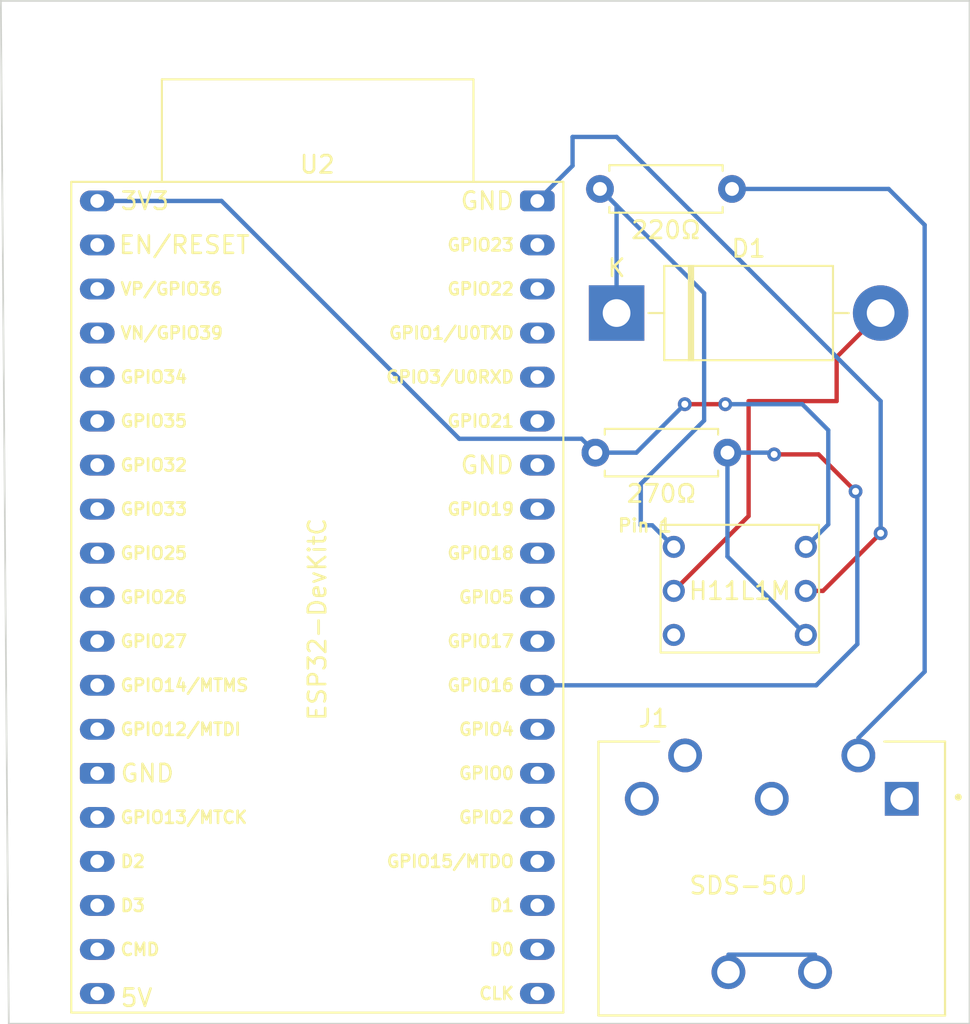
<source format=kicad_pcb>
(kicad_pcb (version 20221018) (generator pcbnew)
  (layers (0 "F.Cu" signal) (31 "B.Cu" signal) (34 "B.Paste" user) (35 "F.Paste" user) (36 "B.SilkS" user "B.Silkscreen") (37 "F.SilkS" user "F.Silkscreen") (38 "B.Mask" user) (39 "F.Mask" user) (44 "Edge.Cuts" user))
  (net 0 "")
  (net 1 "Net-(D1-Pad1)")
  (net 5 "Net-(J1-Pad4)")
  (net 6 "unconnected-(J1-PadE1)")
  (net 8 "GND")
  (net 9 "+3V3")
  (net 10 "ESP_PIN")
  (net 46 "Net-(R1-Pad1)")
  (net 47 "Net-(J1-Pad5)")
  (footprint "Connector_Audio:CUI_SDS-50J" (layer "F.Cu") (at 146.1151 101.6)
    (fp_text reference "J1" (at -6.825 -9.635) (layer "F.SilkS"))
    (fp_text value "SDS-50J" (at -1.3351 0) (layer "F.SilkS"))
    (fp_line (start -10 -8.3) (end -6.5 -8.3) (stroke (width 0.127)) (layer "F.SilkS"))
    (fp_line (start -10 7.5) (end -10 -8.3) (stroke (width 0.127)) (layer "F.SilkS"))
    (fp_line (start -10 7.5) (end 10 7.5) (stroke (width 0.127)) (layer "F.SilkS"))
    (fp_line (start 6.5 -8.3) (end 10 -8.3) (stroke (width 0.127)) (layer "F.SilkS"))
    (fp_line (start 10 -8.3) (end 10 7.5) (stroke (width 0.127)) (layer "F.SilkS"))
    (fp_circle (center 10.764 -5.094) (end 10.864 -5.094) (stroke (width 0.2)) (fill none) (layer "F.SilkS"))
    (pad "" np_thru_hole circle (at -7.5 0) (size 2.4 2.4) (drill 2.4) (layers "*.Cu" "*.Mask"))
    (pad "" np_thru_hole circle (at 7.5 0) (size 2.4 2.4) (drill 2.4) (layers "*.Cu" "*.Mask"))
    (pad "1" thru_hole rect (at 7.5 -5) (size 1.95 1.95) (drill 1.3) (layers "*.Cu" "*.Mask"))
    (pad "2" thru_hole circle (at 0 -5) (size 1.95 1.95) (drill 1.3) (layers "*.Cu" "*.Mask"))
    (pad "3" thru_hole circle (at -7.5 -5) (size 1.95 1.95) (drill 1.3) (layers "*.Cu" "*.Mask"))
    (pad "4" thru_hole circle (at 5 -7.5) (size 1.95 1.95) (drill 1.3) (layers "*.Cu" "*.Mask") (net 5 "Net-(J1-Pad4)"))
    (pad "5" thru_hole circle (at -5 -7.5) (size 1.95 1.95) (drill 1.3) (layers "*.Cu" "*.Mask") (net 1 "Net-(D1-Pad1)"))
    (pad "E1" thru_hole circle (at -2.5 5) (size 1.95 1.95) (drill 1.3) (layers "*.Cu" "*.Mask") (net 6 "unconnected-(J1-PadE1)"))
    (pad "E2" thru_hole circle (at 2.5 5) (size 1.95 1.95) (drill 1.3) (layers "*.Cu" "*.Mask") (net 6 "unconnected-(J1-PadE1)"))
  )
  (footprint "Resistor_THT:R_Axial_DIN0207_L6.3mm_D2.5mm_P7.62mm_Horizontal" (layer "F.Cu") (at 135.93961 76.6318)
    (fp_text reference "R2" hide)
    (fp_text value "270Ω" (at 3.81 2.37) (layer "F.SilkS"))
    (fp_line (start 0.54 -1.37) (end 7.08 -1.37) (stroke (width 0.12)) (layer "F.SilkS"))
    (fp_line (start 0.54 -1.04) (end 0.54 -1.37) (stroke (width 0.12)) (layer "F.SilkS"))
    (fp_line (start 0.54 1.04) (end 0.54 1.37) (stroke (width 0.12)) (layer "F.SilkS"))
    (fp_line (start 0.54 1.37) (end 7.08 1.37) (stroke (width 0.12)) (layer "F.SilkS"))
    (fp_line (start 7.08 -1.37) (end 7.08 -1.04) (stroke (width 0.12)) (layer "F.SilkS"))
    (fp_line (start 7.08 1.37) (end 7.08 1.04) (stroke (width 0.12)) (layer "F.SilkS"))
    (pad "1" thru_hole circle (at 0 0) (size 1.6 1.6) (drill 0.8) (layers "*.Cu" "*.Mask") (net 9 "+3V3"))
    (pad "2" thru_hole oval (at 7.62 0) (size 1.6 1.6) (drill 0.8) (layers "*.Cu" "*.Mask") (net 10 "ESP_PIN"))
  )
  (footprint "Opto:H11L1M" (layer "F.Cu") (at 140.462 82.0674)
    (fp_text reference "U1" hide)
    (fp_text value "H11L1M" (at 3.81 2.54) (layer "F.SilkS"))
    (fp_rect (start -0.762 -1.27) (end 8.382 6.096) (stroke (width 0.12)) (fill none) (layer "F.SilkS"))
    (pad "1" thru_hole circle (at 0 0) (size 1.27 1.27) (drill 0.762) (layers "*.Cu" "*.Mask") (net 46 "Net-(R1-Pad1)"))
    (pad "2" thru_hole circle (at 0 2.54) (size 1.27 1.27) (drill 0.762) (layers "*.Cu" "*.Mask") (net 47 "Net-(J1-Pad5)"))
    (pad "3" thru_hole circle (at 0 5.08) (size 1.27 1.27) (drill 0.762) (layers "*.Cu" "*.Mask"))
    (pad "4" thru_hole circle (at 7.62 5.08) (size 1.27 1.27) (drill 0.762) (layers "*.Cu" "*.Mask") (net 10 "ESP_PIN"))
    (pad "5" thru_hole circle (at 7.62 2.54) (size 1.27 1.27) (drill 0.762) (layers "*.Cu" "*.Mask") (net 8 "GND"))
    (pad "6" thru_hole circle (at 7.62 0) (size 1.27 1.27) (drill 0.762) (layers "*.Cu" "*.Mask") (net 9 "+3V3"))
  )
  (footprint "Espressif:ESP32-DevKitC" (layer "F.Cu") (at 107.18432 62.11044)
    (fp_text reference "U2" (at 12.70368 -2.09728) (layer "F.SilkS"))
    (fp_text value "ESP32-DevKitC" (at 12.70368 24.13272 90) (layer "F.SilkS"))
    (fp_text user "GPIO13/MTCK" (at 1.27368 35.56272 unlocked) (layer "F.SilkS") (effects (font (size 0.7 0.7)) (justify left)))
    (fp_text user "GPIO21" (at 24.13368 12.70272 unlocked) (layer "F.SilkS") (effects (font (size 0.7 0.7)) (justify right)))
    (fp_text user "GPIO12/MTDI" (at 1.27368 30.48272 unlocked) (layer "F.SilkS") (effects (font (size 0.7 0.7)) (justify left)))
    (fp_text user "GPIO1/U0TXD" (at 24.13368 7.62272 unlocked) (layer "F.SilkS") (effects (font (size 0.7 0.7)) (justify right)))
    (fp_text user "GPIO23" (at 24.13368 2.54272 unlocked) (layer "F.SilkS") (effects (font (size 0.7 0.7)) (justify right)))
    (fp_text user "EN/RESET" (at 8.89 2.54 unlocked) (layer "F.SilkS") (effects (justify right)))
    (fp_text user "D0" (at 24.13368 43.18272 unlocked) (layer "F.SilkS") (effects (font (size 0.7 0.7)) (justify right)))
    (fp_text user "3V3" (at 1.27368 0.00272 unlocked) (layer "F.SilkS") (effects (justify left)))
    (fp_text user "GND" (at 1.27368 33.02272 unlocked) (layer "F.SilkS") (effects (justify left)))
    (fp_text user "GPIO15/MTDO" (at 24.13368 38.10272 unlocked) (layer "F.SilkS") (effects (font (size 0.7 0.7)) (justify right)))
    (fp_text user "GPIO33" (at 1.27368 17.78272 unlocked) (layer "F.SilkS") (effects (font (size 0.7 0.7)) (justify left)))
    (fp_text user "GPIO2" (at 24.13368 35.56272 unlocked) (layer "F.SilkS") (effects (font (size 0.7 0.7)) (justify right)))
    (fp_text user "GPIO0" (at 24.13368 33.02272 unlocked) (layer "F.SilkS") (effects (font (size 0.7 0.7)) (justify right)))
    (fp_text user "GPIO5" (at 24.13368 22.86272 unlocked) (layer "F.SilkS") (effects (font (size 0.7 0.7)) (justify right)))
    (fp_text user "CMD" (at 1.27368 43.18272 unlocked) (layer "F.SilkS") (effects (font (size 0.7 0.7)) (justify left)))
    (fp_text user "GPIO14/MTMS" (at 1.27368 27.94272 unlocked) (layer "F.SilkS") (effects (font (size 0.7 0.7)) (justify left)))
    (fp_text user "GPIO18" (at 24.13368 20.32272 unlocked) (layer "F.SilkS") (effects (font (size 0.7 0.7)) (justify right)))
    (fp_text user "D2" (at 1.27368 38.10272 unlocked) (layer "F.SilkS") (effects (font (size 0.7 0.7)) (justify left)))
    (fp_text user "GPIO4" (at 24.13368 30.48272 unlocked) (layer "F.SilkS") (effects (font (size 0.7 0.7)) (justify right)))
    (fp_text user "D1" (at 24.13368 40.64272 unlocked) (layer "F.SilkS") (effects (font (size 0.7 0.7)) (justify right)))
    (fp_text user "GPIO19" (at 24.13368 17.78272 unlocked) (layer "F.SilkS") (effects (font (size 0.7 0.7)) (justify right)))
    (fp_text user "GND" (at 24.13368 15.24272 unlocked) (layer "F.SilkS") (effects (justify right)))
    (fp_text user "GPIO35" (at 1.27368 12.70272 unlocked) (layer "F.SilkS") (effects (font (size 0.7 0.7)) (justify left)))
    (fp_text user "GPIO22" (at 24.13368 5.08272 unlocked) (layer "F.SilkS") (effects (font (size 0.7 0.7)) (justify right)))
    (fp_text user "GPIO3/U0RXD" (at 24.13368 10.16272 unlocked) (layer "F.SilkS") (effects (font (size 0.7 0.7)) (justify right)))
    (fp_text user "GPIO25" (at 1.27368 20.32272 unlocked) (layer "F.SilkS") (effects (font (size 0.7 0.7)) (justify left)))
    (fp_text user "CLK" (at 24.13368 45.72272 unlocked) (layer "F.SilkS") (effects (font (size 0.7 0.7)) (justify right)))
    (fp_text user "GPIO27" (at 1.27368 25.40272 unlocked) (layer "F.SilkS") (effects (font (size 0.7 0.7)) (justify left)))
    (fp_text user "GPIO26" (at 1.27368 22.86272 unlocked) (layer "F.SilkS") (effects (font (size 0.7 0.7)) (justify left)))
    (fp_text user "GND" (at 24.13368 0.00272 unlocked) (layer "F.SilkS") (effects (justify right)))
    (fp_text user "GPIO17" (at 24.13368 25.40272 unlocked) (layer "F.SilkS") (effects (font (size 0.7 0.7)) (justify right)))
    (fp_text user "5V" (at 1.27 45.974 unlocked) (layer "F.SilkS") (effects (justify left)))
    (fp_text user "GPIO32" (at 1.27368 15.24272 unlocked) (layer "F.SilkS") (effects (font (size 0.7 0.7)) (justify left)))
    (fp_text user "GPIO34" (at 1.27368 10.16272 unlocked) (layer "F.SilkS") (effects (font (size 0.7 0.7)) (justify left)))
    (fp_text user "VP/GPIO36" (at 1.27368 5.08272 unlocked) (layer "F.SilkS") (effects (font (size 0.7 0.7)) (justify left)))
    (fp_text user "GPIO16" (at 24.13368 27.94272 unlocked) (layer "F.SilkS") (effects (font (size 0.7 0.7)) (justify right)))
    (fp_text user "VN/GPIO39" (at 1.27368 7.62272 unlocked) (layer "F.SilkS") (effects (font (size 0.7 0.7)) (justify left)))
    (fp_text user "D3" (at 1.27368 40.64272 unlocked) (layer "F.SilkS") (effects (font (size 0.7 0.7)) (justify left)))
    (fp_line (start -1.49632 46.82272) (end 26.903679 46.82272) (stroke (width 0.12)) (layer "F.SilkS"))
    (fp_line (start -1.496319 -1.09728) (end -1.49632 46.82272) (stroke (width 0.12)) (layer "F.SilkS"))
    (fp_line (start 3.7338 -7.0104) (end 21.717 -7.0104) (stroke (width 0.12)) (layer "F.SilkS"))
    (fp_line (start 3.7338 -1.1176) (end 3.7338 -7.0104) (stroke (width 0.12)) (layer "F.SilkS"))
    (fp_line (start 21.717 -7.0104) (end 21.717 -1.1176) (stroke (width 0.12)) (layer "F.SilkS"))
    (fp_line (start 26.903679 46.82272) (end 26.90368 -1.09728) (stroke (width 0.12)) (layer "F.SilkS"))
    (fp_line (start 26.90368 -1.09728) (end -1.496319 -1.09728) (stroke (width 0.12)) (layer "F.SilkS"))
    (pad "1" thru_hole oval (at 0.00368 0.00272 270) (size 1.2 2) (drill 0.8) (layers "*.Cu" "*.Mask") (net 9 "+3V3"))
    (pad "2" thru_hole oval (at 0.00368 2.54272 270) (size 1.2 2) (drill 0.8) (layers "*.Cu" "*.Mask"))
    (pad "3" thru_hole oval (at 0.00368 5.08272 270) (size 1.2 2) (drill 0.8) (layers "*.Cu" "*.Mask"))
    (pad "4" thru_hole oval (at 0.00368 7.62272 270) (size 1.2 2) (drill 0.8) (layers "*.Cu" "*.Mask"))
    (pad "5" thru_hole oval (at 0.00368 10.16272 270) (size 1.2 2) (drill 0.8) (layers "*.Cu" "*.Mask"))
    (pad "6" thru_hole oval (at 0.00368 12.70272 270) (size 1.2 2) (drill 0.8) (layers "*.Cu" "*.Mask"))
    (pad "7" thru_hole oval (at 0.00368 15.24272 270) (size 1.2 2) (drill 0.8) (layers "*.Cu" "*.Mask"))
    (pad "8" thru_hole oval (at 0.00368 17.78272 270) (size 1.2 2) (drill 0.8) (layers "*.Cu" "*.Mask"))
    (pad "9" thru_hole oval (at 0.00368 20.32272 270) (size 1.2 2) (drill 0.8) (layers "*.Cu" "*.Mask"))
    (pad "10" thru_hole oval (at 0.00368 22.86272 270) (size 1.2 2) (drill 0.8) (layers "*.Cu" "*.Mask"))
    (pad "11" thru_hole oval (at 0.00368 25.40272 270) (size 1.2 2) (drill 0.8) (layers "*.Cu" "*.Mask"))
    (pad "12" thru_hole oval (at 0.00368 27.94272 270) (size 1.2 2) (drill 0.8) (layers "*.Cu" "*.Mask"))
    (pad "13" thru_hole oval (at 0.00368 30.48272 270) (size 1.2 2) (drill 0.8) (layers "*.Cu" "*.Mask"))
    (pad "14" thru_hole roundrect (at 0.00368 33.02272 270) (size 1.2 2) (drill 0.8) (layers "*.Cu" "*.Mask"))
    (pad "15" thru_hole oval (at 0.00368 35.56272 270) (size 1.2 2) (drill 0.8) (layers "*.Cu" "*.Mask"))
    (pad "16" thru_hole oval (at 0.00368 38.10272 270) (size 1.2 2) (drill 0.8) (layers "*.Cu" "*.Mask"))
    (pad "17" thru_hole oval (at 0.00368 40.64272 270) (size 1.2 2) (drill 0.8) (layers "*.Cu" "*.Mask"))
    (pad "18" thru_hole oval (at 0.00368 43.18272 270) (size 1.2 2) (drill 0.8) (layers "*.Cu" "*.Mask"))
    (pad "19" thru_hole oval (at 0.00368 45.72272 270) (size 1.2 2) (drill 0.8) (layers "*.Cu" "*.Mask"))
    (pad "20" thru_hole oval (at 25.4 45.72 270) (size 1.2 2) (drill 0.8) (layers "*.Cu" "*.Mask"))
    (pad "21" thru_hole oval (at 25.4 43.18 270) (size 1.2 2) (drill 0.8) (layers "*.Cu" "*.Mask"))
    (pad "22" thru_hole oval (at 25.40368 40.64272 270) (size 1.2 2) (drill 0.8) (layers "*.Cu" "*.Mask"))
    (pad "23" thru_hole oval (at 25.40368 38.10272 270) (size 1.2 2) (drill 0.8) (layers "*.Cu" "*.Mask"))
    (pad "24" thru_hole oval (at 25.40368 35.56272 270) (size 1.2 2) (drill 0.8) (layers "*.Cu" "*.Mask"))
    (pad "25" thru_hole oval (at 25.40368 33.02272 270) (size 1.2 2) (drill 0.8) (layers "*.Cu" "*.Mask"))
    (pad "26" thru_hole oval (at 25.40368 30.48272 270) (size 1.2 2) (drill 0.8) (layers "*.Cu" "*.Mask"))
    (pad "27" thru_hole oval (at 25.40368 27.94272 270) (size 1.2 2) (drill 0.8) (layers "*.Cu" "*.Mask") (net 10 "ESP_PIN"))
    (pad "28" thru_hole oval (at 25.40368 25.40272 270) (size 1.2 2) (drill 0.8) (layers "*.Cu" "*.Mask"))
    (pad "29" thru_hole oval (at 25.40368 22.86272 270) (size 1.2 2) (drill 0.8) (layers "*.Cu" "*.Mask"))
    (pad "30" thru_hole oval (at 25.40368 20.32272 270) (size 1.2 2) (drill 0.8) (layers "*.Cu" "*.Mask"))
    (pad "31" thru_hole oval (at 25.40368 17.78272 270) (size 1.2 2) (drill 0.8) (layers "*.Cu" "*.Mask"))
    (pad "32" thru_hole oval (at 25.40368 15.24272 270) (size 1.2 2) (drill 0.8) (layers "*.Cu" "*.Mask"))
    (pad "33" thru_hole oval (at 25.40368 12.70272 270) (size 1.2 2) (drill 0.8) (layers "*.Cu" "*.Mask"))
    (pad "34" thru_hole oval (at 25.40368 10.16272 270) (size 1.2 2) (drill 0.8) (layers "*.Cu" "*.Mask"))
    (pad "35" thru_hole oval (at 25.40368 7.62272 270) (size 1.2 2) (drill 0.8) (layers "*.Cu" "*.Mask"))
    (pad "36" thru_hole oval (at 25.40368 5.08272 270) (size 1.2 2) (drill 0.8) (layers "*.Cu" "*.Mask"))
    (pad "37" thru_hole oval (at 25.40368 2.54272 270) (size 1.2 2) (drill 0.8) (layers "*.Cu" "*.Mask"))
    (pad "38" thru_hole roundrect (at 25.40368 0.00272 270) (size 1.2 2) (drill 0.8) (layers "*.Cu" "*.Mask") (net 8 "GND"))
  )
  (footprint "Resistor_THT:R_Axial_DIN0207_L6.3mm_D2.5mm_P7.62mm_Horizontal" (layer "F.Cu") (at 136.20201 61.4208)
    (fp_text reference "R1" hide)
    (fp_text value "220Ω" (at 3.81 2.37) (layer "F.SilkS"))
    (fp_line (start 0.54 -1.37) (end 7.08 -1.37) (stroke (width 0.12)) (layer "F.SilkS"))
    (fp_line (start 0.54 -1.04) (end 0.54 -1.37) (stroke (width 0.12)) (layer "F.SilkS"))
    (fp_line (start 0.54 1.04) (end 0.54 1.37) (stroke (width 0.12)) (layer "F.SilkS"))
    (fp_line (start 0.54 1.37) (end 7.08 1.37) (stroke (width 0.12)) (layer "F.SilkS"))
    (fp_line (start 7.08 -1.37) (end 7.08 -1.04) (stroke (width 0.12)) (layer "F.SilkS"))
    (fp_line (start 7.08 1.37) (end 7.08 1.04) (stroke (width 0.12)) (layer "F.SilkS"))
    (pad "1" thru_hole circle (at 0 0) (size 1.6 1.6) (drill 0.8) (layers "*.Cu" "*.Mask") (net 46 "Net-(R1-Pad1)"))
    (pad "2" thru_hole oval (at 7.62 0) (size 1.6 1.6) (drill 0.8) (layers "*.Cu" "*.Mask") (net 5 "Net-(J1-Pad4)"))
  )
  (footprint "Diode_THT:D_DO-201AD_P15.24mm_Horizontal" (layer "F.Cu") (at 137.16 68.58)
    (fp_text reference "D1" (at 7.62 -3.72) (layer "F.SilkS"))
    (fp_text value "DIODE")
    (fp_text user "K" (at 0 -2.6) (layer "F.SilkS"))
    (fp_line (start 1.84 0) (end 2.75 0) (stroke (width 0.12)) (layer "F.SilkS"))
    (fp_line (start 2.75 -2.72) (end 2.75 2.72) (stroke (width 0.12)) (layer "F.SilkS"))
    (fp_line (start 2.75 2.72) (end 12.49 2.72) (stroke (width 0.12)) (layer "F.SilkS"))
    (fp_line (start 4.175 -2.72) (end 4.175 2.72) (stroke (width 0.12)) (layer "F.SilkS"))
    (fp_line (start 4.295 -2.72) (end 4.295 2.72) (stroke (width 0.12)) (layer "F.SilkS"))
    (fp_line (start 4.415 -2.72) (end 4.415 2.72) (stroke (width 0.12)) (layer "F.SilkS"))
    (fp_line (start 12.49 -2.72) (end 2.75 -2.72) (stroke (width 0.12)) (layer "F.SilkS"))
    (fp_line (start 12.49 2.72) (end 12.49 -2.72) (stroke (width 0.12)) (layer "F.SilkS"))
    (fp_line (start 13.4 0) (end 12.49 0) (stroke (width 0.12)) (layer "F.SilkS"))
    (pad "1" thru_hole rect (at 0 0) (size 3.2 3.2) (drill 1.6) (layers "*.Cu" "*.Mask") (net 46 "Net-(R1-Pad1)"))
    (pad "2" thru_hole oval (at 15.24 0) (size 3.2 3.2) (drill 1.6) (layers "*.Cu" "*.Mask") (net 47 "Net-(J1-Pad5)"))
  )
  (gr_line (start 157.5308 50.5714) (end 157.5308 109.5756) (stroke (width 0.1)) (layer "Edge.Cuts"))
  (gr_line (start 157.5308 109.5756) (end 102.0826 109.5756) (stroke (width 0.1)) (layer "Edge.Cuts"))
  (gr_line (start 101.6254 50.5714) (end 157.5308 50.5714) (stroke (width 0.1)) (layer "Edge.Cuts"))
  (gr_line (start 102.0826 109.5756) (end 101.6254 50.5714) (stroke (width 0.1)) (layer "Edge.Cuts"))
  (gr_text "Pin 1" (at 137.16 81.28) (layer "F.SilkS") (effects (font (size 0.75 0.75)) (justify left bottom)))
  (segment (start 154.94 89.2671) (end 151.1151 93.092) (width 0.25) (layer "B.Cu") (net 5))
  (segment (start 143.82201 61.4208) (end 152.8608 61.4208) (width 0.25) (layer "B.Cu") (net 5))
  (segment (start 152.8608 61.4208) (end 154.94 63.5) (width 0.25) (layer "B.Cu") (net 5))
  (segment (start 154.94 63.5) (end 154.94 89.2671) (width 0.25) (layer "B.Cu") (net 5))
  (segment (start 143.6151 105.592) (end 148.6151 105.592) (width 0.25) (layer "B.Cu") (net 6))
  (segment (start 149.0726 84.6074) (end 148.082 84.6074) (width 0.25) (layer "F.Cu") (net 8))
  (segment (start 152.4 81.28) (end 149.0726 84.6074) (width 0.25) (layer "F.Cu") (net 8))
  (via (at 152.4 81.28) (size 0.8) (drill 0.4) (layers "F.Cu" "B.Cu") (net 8))
  (segment (start 152.4 73.66) (end 152.4 81.28) (width 0.25) (layer "B.Cu") (net 8))
  (segment (start 134.62 58.42) (end 137.16 58.42) (width 0.25) (layer "B.Cu") (net 8))
  (segment (start 134.62 60.08116) (end 134.62 58.42) (width 0.25) (layer "B.Cu") (net 8))
  (segment (start 132.588 62.11316) (end 134.62 60.08116) (width 0.25) (layer "B.Cu") (net 8))
  (segment (start 147.32 68.58) (end 152.4 73.66) (width 0.25) (layer "B.Cu") (net 8))
  (segment (start 137.16 58.42) (end 147.32 68.58) (width 0.25) (layer "B.Cu") (net 8))
  (segment (start 141.097 73.8378) (end 143.4338 73.8378) (width 0.25) (layer "F.Cu") (net 9))
  (via (at 141.097 73.8378) (size 0.8) (drill 0.4) (layers "F.Cu" "B.Cu") (net 9))
  (via (at 143.4338 73.8378) (size 0.8) (drill 0.4) (layers "F.Cu" "B.Cu") (net 9))
  (segment (start 138.303 76.6318) (end 141.097 73.8378) (width 0.25) (layer "B.Cu") (net 9))
  (segment (start 149.3774 75.3364) (end 149.3774 80.772) (width 0.25) (layer "B.Cu") (net 9))
  (segment (start 149.3774 80.772) (end 148.082 82.0674) (width 0.25) (layer "B.Cu") (net 9))
  (segment (start 135.93961 76.6318) (end 138.303 76.6318) (width 0.25) (layer "B.Cu") (net 9))
  (segment (start 107.188 62.11316) (end 114.36096 62.11316) (width 0.25) (layer "B.Cu") (net 9))
  (segment (start 128.079601 75.831801) (end 135.139611 75.831801) (width 0.25) (layer "B.Cu") (net 9))
  (segment (start 147.8788 73.8378) (end 149.3774 75.3364) (width 0.25) (layer "B.Cu") (net 9))
  (segment (start 135.139611 75.831801) (end 135.93961 76.6318) (width 0.25) (layer "B.Cu") (net 9))
  (segment (start 143.4338 73.8378) (end 147.8788 73.8378) (width 0.25) (layer "B.Cu") (net 9))
  (segment (start 114.36096 62.11316) (end 128.079601 75.831801) (width 0.25) (layer "B.Cu") (net 9))
  (segment (start 148.8186 76.7334) (end 146.2532 76.7334) (width 0.25) (layer "F.Cu") (net 10))
  (segment (start 150.9522 78.867) (end 148.8186 76.7334) (width 0.25) (layer "F.Cu") (net 10))
  (via (at 150.9522 78.867) (size 0.8) (drill 0.4) (layers "F.Cu" "B.Cu") (net 10))
  (via (at 146.2532 76.7334) (size 0.8) (drill 0.4) (layers "F.Cu" "B.Cu") (net 10))
  (segment (start 143.55961 82.62501) (end 148.082 87.1474) (width 0.25) (layer "B.Cu") (net 10))
  (segment (start 146.1516 76.6318) (end 143.55961 76.6318) (width 0.25) (layer "B.Cu") (net 10))
  (segment (start 132.588 90.05316) (end 148.68144 90.05316) (width 0.25) (layer "B.Cu") (net 10))
  (segment (start 148.717 90.0176) (end 151.0538 87.6808) (width 0.25) (layer "B.Cu") (net 10))
  (segment (start 151.0538 87.6808) (end 151.0538 78.9686) (width 0.25) (layer "B.Cu") (net 10))
  (segment (start 146.2532 76.7334) (end 146.1516 76.6318) (width 0.25) (layer "B.Cu") (net 10))
  (segment (start 148.68144 90.05316) (end 148.717 90.0176) (width 0.25) (layer "B.Cu") (net 10))
  (segment (start 151.0538 78.9686) (end 150.9522 78.867) (width 0.25) (layer "B.Cu") (net 10))
  (segment (start 143.55961 76.6318) (end 143.55961 82.62501) (width 0.25) (layer "B.Cu") (net 10))
  (segment (start 137.16 68.58) (end 137.16 62.37879) (width 0.25) (layer "B.Cu") (net 46))
  (segment (start 142.21341 67.4322) (end 142.21341 74.77879) (width 0.25) (layer "B.Cu") (net 46))
  (segment (start 137.16 62.37879) (end 136.20201 61.4208) (width 0.25) (layer "B.Cu") (net 46))
  (segment (start 138.557 78.4352) (end 138.557 80.8228) (width 0.25) (layer "B.Cu") (net 46))
  (segment (start 139.2174 80.8228) (end 140.462 82.0674) (width 0.25) (layer "B.Cu") (net 46))
  (segment (start 138.557 80.8228) (end 139.2174 80.8228) (width 0.25) (layer "B.Cu") (net 46))
  (segment (start 136.20201 61.4208) (end 142.21341 67.4322) (width 0.25) (layer "B.Cu") (net 46))
  (segment (start 142.21341 74.77879) (end 138.557 78.4352) (width 0.25) (layer "B.Cu") (net 46))
  (segment (start 149.86 71.12) (end 149.86 73.66) (width 0.25) (layer "F.Cu") (net 47))
  (segment (start 152.4 68.58) (end 149.86 71.12) (width 0.25) (layer "F.Cu") (net 47))
  (segment (start 144.78 73.66) (end 144.78 80.2894) (width 0.25) (layer "F.Cu") (net 47))
  (segment (start 149.86 73.66) (end 144.78 73.66) (width 0.25) (layer "F.Cu") (net 47))
  (segment (start 144.78 80.2894) (end 140.462 84.6074) (width 0.25) (layer "F.Cu") (net 47))
)
</source>
